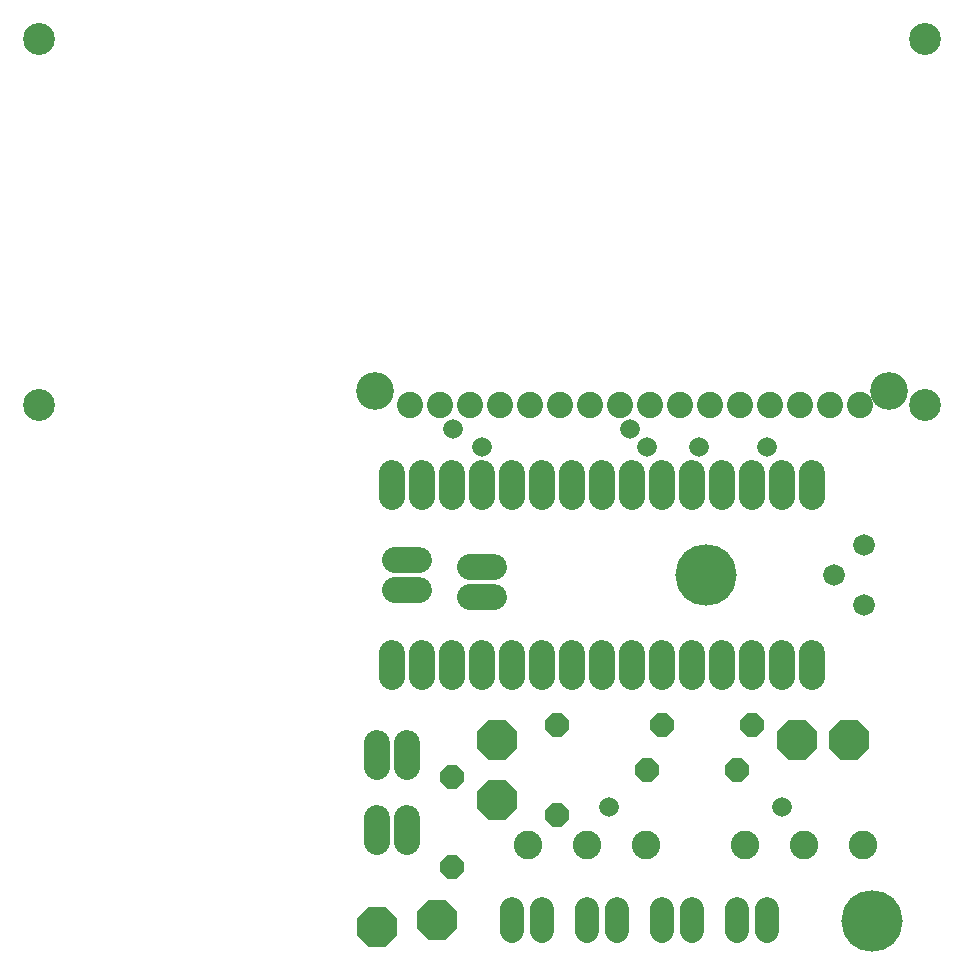
<source format=gbr>
G04 EAGLE Gerber RS-274X export*
G75*
%MOMM*%
%FSLAX34Y34*%
%LPD*%
%INSoldermask Top*%
%IPPOS*%
%AMOC8*
5,1,8,0,0,1.08239X$1,22.5*%
G01*
%ADD10C,3.203200*%
%ADD11C,5.203200*%
%ADD12P,3.656530X8X22.500000*%
%ADD13C,2.219200*%
%ADD14C,2.032000*%
%ADD15C,2.419200*%
%ADD16C,2.219200*%
%ADD17C,2.703200*%
%ADD18C,1.828800*%
%ADD19P,2.199416X8X22.500000*%
%ADD20P,2.199416X8X112.500000*%
%ADD21C,2.235200*%
%ADD22C,1.665200*%


D10*
X24000Y486000D03*
X459000Y486000D03*
D11*
X445000Y37000D03*
X304000Y330000D03*
D12*
X425450Y190500D03*
D13*
X393700Y396320D02*
X393700Y416480D01*
X368300Y416480D02*
X368300Y396320D01*
X342900Y396320D02*
X342900Y416480D01*
X317500Y416480D02*
X317500Y396320D01*
X292100Y396320D02*
X292100Y416480D01*
X266700Y416480D02*
X266700Y396320D01*
X241300Y396320D02*
X241300Y416480D01*
X215900Y416480D02*
X215900Y396320D01*
X190500Y396320D02*
X190500Y416480D01*
X165100Y416480D02*
X165100Y396320D01*
X139700Y396320D02*
X139700Y416480D01*
X114300Y416480D02*
X114300Y396320D01*
X88900Y396320D02*
X88900Y416480D01*
X63500Y416480D02*
X63500Y396320D01*
X38100Y396320D02*
X38100Y416480D01*
X38100Y264080D02*
X38100Y243920D01*
X63500Y243920D02*
X63500Y264080D01*
X88900Y264080D02*
X88900Y243920D01*
X114300Y243920D02*
X114300Y264080D01*
X139700Y264080D02*
X139700Y243920D01*
X165100Y243920D02*
X165100Y264080D01*
X190500Y264080D02*
X190500Y243920D01*
X215900Y243920D02*
X215900Y264080D01*
X241300Y264080D02*
X241300Y243920D01*
X266700Y243920D02*
X266700Y264080D01*
X292100Y264080D02*
X292100Y243920D01*
X317500Y243920D02*
X317500Y264080D01*
X342900Y264080D02*
X342900Y243920D01*
X368300Y243920D02*
X368300Y264080D01*
X393700Y264080D02*
X393700Y243920D01*
D14*
X228600Y47244D02*
X228600Y28956D01*
X203200Y28956D02*
X203200Y47244D01*
D15*
X337350Y101600D03*
X387350Y101600D03*
X437350Y101600D03*
D16*
X434300Y473650D03*
X408900Y473650D03*
X383500Y473650D03*
X358100Y473650D03*
X332700Y473650D03*
X307300Y473650D03*
X281900Y473650D03*
X256500Y473650D03*
X231100Y473650D03*
X205700Y473650D03*
X180300Y473650D03*
X154900Y473650D03*
X129500Y473650D03*
X104100Y473650D03*
X78700Y473650D03*
X53300Y473650D03*
D17*
X489300Y783650D03*
X-260700Y783650D03*
X489300Y473650D03*
X-260700Y473650D03*
D12*
X381000Y190500D03*
D18*
X438150Y355600D03*
X412750Y330200D03*
X438150Y304800D03*
D12*
X127000Y190500D03*
X127000Y139700D03*
D19*
X266700Y203200D03*
X342900Y203200D03*
X254000Y165100D03*
X330200Y165100D03*
D20*
X88900Y82550D03*
X88900Y158750D03*
X177800Y127000D03*
X177800Y203200D03*
D14*
X292100Y47244D02*
X292100Y28956D01*
X266700Y28956D02*
X266700Y47244D01*
D15*
X153200Y101600D03*
X203200Y101600D03*
X253200Y101600D03*
D21*
X50800Y104140D02*
X50800Y124460D01*
X25400Y124460D02*
X25400Y104140D01*
X50800Y167640D02*
X50800Y187960D01*
X25400Y187960D02*
X25400Y167640D01*
D14*
X330200Y47244D02*
X330200Y28956D01*
X355600Y28956D02*
X355600Y47244D01*
X139700Y47244D02*
X139700Y28956D01*
X165100Y28956D02*
X165100Y47244D01*
D12*
X76200Y38100D03*
X25400Y31750D03*
D21*
X40640Y317500D02*
X60960Y317500D01*
X60960Y342900D02*
X40640Y342900D01*
X104140Y336550D02*
X124460Y336550D01*
X124460Y311150D02*
X104140Y311150D01*
D22*
X114300Y438150D03*
X254000Y438150D03*
X298450Y438150D03*
X355600Y438150D03*
X90000Y453460D03*
X240143Y453857D03*
X222250Y133350D03*
X368300Y133350D03*
M02*

</source>
